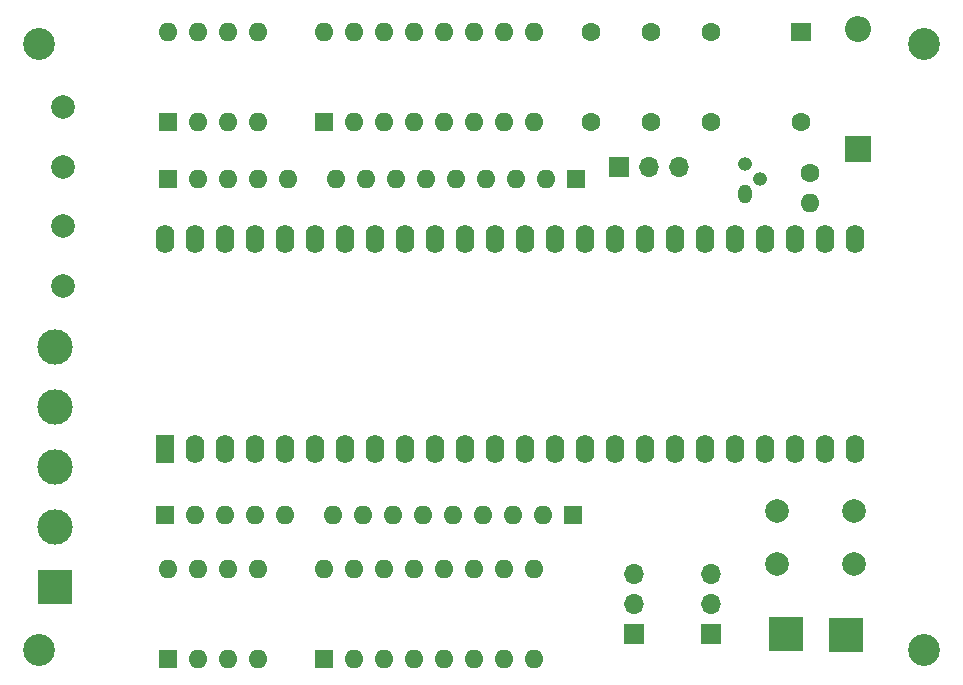
<source format=gbr>
%TF.GenerationSoftware,KiCad,Pcbnew,(5.1.9)-1*%
%TF.CreationDate,2022-09-08T11:50:57+02:00*%
%TF.ProjectId,gonogo-upduino,676f6e6f-676f-42d7-9570-6475696e6f2e,rev?*%
%TF.SameCoordinates,Original*%
%TF.FileFunction,Soldermask,Bot*%
%TF.FilePolarity,Negative*%
%FSLAX46Y46*%
G04 Gerber Fmt 4.6, Leading zero omitted, Abs format (unit mm)*
G04 Created by KiCad (PCBNEW (5.1.9)-1) date 2022-09-08 11:50:57*
%MOMM*%
%LPD*%
G01*
G04 APERTURE LIST*
%ADD10R,1.600000X2.400000*%
%ADD11O,1.600000X2.400000*%
%ADD12C,2.700000*%
%ADD13R,2.200000X2.200000*%
%ADD14O,2.200000X2.200000*%
%ADD15R,1.700000X1.700000*%
%ADD16O,1.700000X1.700000*%
%ADD17C,1.600000*%
%ADD18R,1.800000X1.600000*%
%ADD19O,1.200000X1.600000*%
%ADD20O,1.200000X1.200000*%
%ADD21O,1.600000X1.600000*%
%ADD22R,1.600000X1.600000*%
%ADD23R,3.000000X3.000000*%
%ADD24C,2.000000*%
%ADD25C,3.000000*%
G04 APERTURE END LIST*
D10*
%TO.C,UPDuino-3.1*%
X134112000Y-91948000D03*
D11*
X192532000Y-74168000D03*
X136652000Y-91948000D03*
X189992000Y-74168000D03*
X139192000Y-91948000D03*
X187452000Y-74168000D03*
X141732000Y-91948000D03*
X184912000Y-74168000D03*
X144272000Y-91948000D03*
X182372000Y-74168000D03*
X146812000Y-91948000D03*
X179832000Y-74168000D03*
X149352000Y-91948000D03*
X177292000Y-74168000D03*
X151892000Y-91948000D03*
X174752000Y-74168000D03*
X154432000Y-91948000D03*
X172212000Y-74168000D03*
X156972000Y-91948000D03*
X169672000Y-74168000D03*
X159512000Y-91948000D03*
X167132000Y-74168000D03*
X162052000Y-91948000D03*
X164592000Y-74168000D03*
X164592000Y-91948000D03*
X162052000Y-74168000D03*
X167132000Y-91948000D03*
X159512000Y-74168000D03*
X169672000Y-91948000D03*
X156972000Y-74168000D03*
X172212000Y-91948000D03*
X154432000Y-74168000D03*
X174752000Y-91948000D03*
X151892000Y-74168000D03*
X177292000Y-91948000D03*
X149352000Y-74168000D03*
X179832000Y-91948000D03*
X146812000Y-74168000D03*
X182372000Y-91948000D03*
X144272000Y-74168000D03*
X184912000Y-91948000D03*
X141732000Y-74168000D03*
X187452000Y-91948000D03*
X139192000Y-74168000D03*
X189992000Y-91948000D03*
X136652000Y-74168000D03*
X192532000Y-91948000D03*
X134112000Y-74168000D03*
%TD*%
D12*
%TO.C,REF\u002A\u002A*%
X198374000Y-57658000D03*
%TD*%
%TO.C,NOGO-0*%
X198374000Y-108966000D03*
%TD*%
%TO.C,REF\u002A\u002A*%
X123444000Y-108966000D03*
%TD*%
%TO.C,REF\u002A\u002A*%
X123444000Y-57658000D03*
%TD*%
D13*
%TO.C,1N4001*%
X192786000Y-66548000D03*
D14*
X192786000Y-56388000D03*
%TD*%
D15*
%TO.C,E<LED>D*%
X172593000Y-68072000D03*
D16*
X175133000Y-68072000D03*
X177673000Y-68072000D03*
%TD*%
D15*
%TO.C,NOGO-1-60S*%
X180340000Y-107569000D03*
D16*
X180340000Y-105029000D03*
X180340000Y-102489000D03*
%TD*%
%TO.C,GO-1-60S*%
X173863000Y-102489000D03*
X173863000Y-105029000D03*
D15*
X173863000Y-107569000D03*
%TD*%
D17*
%TO.C,FINDER 30-22/5v*%
X180340000Y-64262000D03*
X175260000Y-64262000D03*
X170180000Y-64262000D03*
D18*
X187960000Y-56642000D03*
D17*
X187960000Y-64262000D03*
X180340000Y-56642000D03*
X170180000Y-56642000D03*
X175260000Y-56642000D03*
%TD*%
D19*
%TO.C,2N2222*%
X183261000Y-70358000D03*
D20*
X184531000Y-69088000D03*
X183261000Y-67818000D03*
%TD*%
D21*
%TO.C,RN1*%
X148590000Y-69088000D03*
X151130000Y-69088000D03*
X153670000Y-69088000D03*
X156210000Y-69088000D03*
X158750000Y-69088000D03*
X161290000Y-69088000D03*
X163830000Y-69088000D03*
X166370000Y-69088000D03*
D22*
X168910000Y-69088000D03*
%TD*%
D21*
%TO.C,RN2*%
X144526000Y-69088000D03*
X141986000Y-69088000D03*
X139446000Y-69088000D03*
X136906000Y-69088000D03*
D22*
X134366000Y-69088000D03*
%TD*%
%TO.C,RN3*%
X168656000Y-97536000D03*
D21*
X166116000Y-97536000D03*
X163576000Y-97536000D03*
X161036000Y-97536000D03*
X158496000Y-97536000D03*
X155956000Y-97536000D03*
X153416000Y-97536000D03*
X150876000Y-97536000D03*
X148336000Y-97536000D03*
%TD*%
D22*
%TO.C,RN4*%
X134112000Y-97536000D03*
D21*
X136652000Y-97536000D03*
X139192000Y-97536000D03*
X141732000Y-97536000D03*
X144272000Y-97536000D03*
%TD*%
D22*
%TO.C,NOGO-4-11*%
X147574000Y-64262000D03*
D21*
X165354000Y-56642000D03*
X150114000Y-64262000D03*
X162814000Y-56642000D03*
X152654000Y-64262000D03*
X160274000Y-56642000D03*
X155194000Y-64262000D03*
X157734000Y-56642000D03*
X157734000Y-64262000D03*
X155194000Y-56642000D03*
X160274000Y-64262000D03*
X152654000Y-56642000D03*
X162814000Y-64262000D03*
X150114000Y-56642000D03*
X165354000Y-64262000D03*
X147574000Y-56642000D03*
%TD*%
%TO.C,NOGO-0-3*%
X134366000Y-56642000D03*
X141986000Y-64262000D03*
X136906000Y-56642000D03*
X139446000Y-64262000D03*
X139446000Y-56642000D03*
X136906000Y-64262000D03*
X141986000Y-56642000D03*
D22*
X134366000Y-64262000D03*
%TD*%
%TO.C,GO-0-3*%
X134366000Y-109728000D03*
D21*
X141986000Y-102108000D03*
X136906000Y-109728000D03*
X139446000Y-102108000D03*
X139446000Y-109728000D03*
X136906000Y-102108000D03*
X141986000Y-109728000D03*
X134366000Y-102108000D03*
%TD*%
%TO.C,GO-4-11*%
X147574000Y-102108000D03*
X165354000Y-109728000D03*
X150114000Y-102108000D03*
X162814000Y-109728000D03*
X152654000Y-102108000D03*
X160274000Y-109728000D03*
X155194000Y-102108000D03*
X157734000Y-109728000D03*
X157734000Y-102108000D03*
X155194000Y-109728000D03*
X160274000Y-102108000D03*
X152654000Y-109728000D03*
X162814000Y-102108000D03*
X150114000Y-109728000D03*
X165354000Y-102108000D03*
D22*
X147574000Y-109728000D03*
%TD*%
D23*
%TO.C,MIN*%
X191770000Y-107696000D03*
%TD*%
%TO.C,SEC*%
X186690000Y-107569000D03*
%TD*%
D24*
%TO.C,F1/2A*%
X125486000Y-73025000D03*
X125476000Y-78105000D03*
%TD*%
D25*
%TO.C,J1*%
X124841000Y-98552000D03*
X124841000Y-93472000D03*
D23*
X124841000Y-103632000D03*
D25*
X124841000Y-88392000D03*
X124841000Y-83312000D03*
%TD*%
D24*
%TO.C,F2/2A*%
X125476000Y-68072000D03*
X125486000Y-62992000D03*
%TD*%
%TO.C,RESET*%
X185928000Y-101655000D03*
X185928000Y-97155000D03*
X192428000Y-101655000D03*
X192428000Y-97155000D03*
%TD*%
D17*
%TO.C,15k*%
X188722000Y-68580000D03*
D21*
X188722000Y-71120000D03*
%TD*%
M02*

</source>
